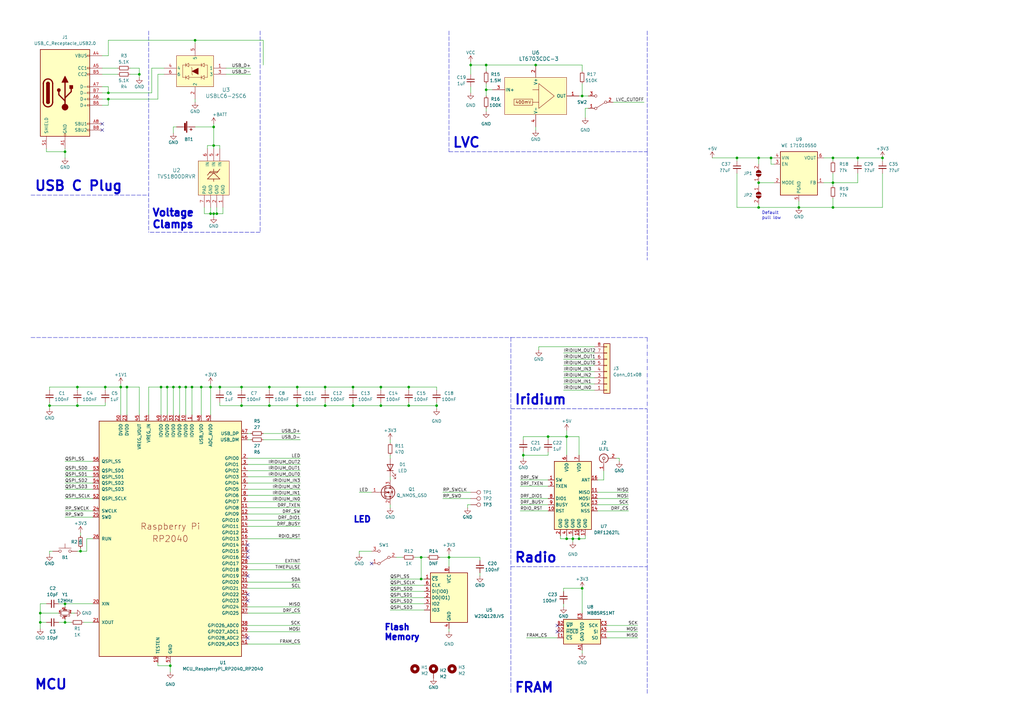
<source format=kicad_sch>
(kicad_sch (version 20230121) (generator eeschema)
  (paper "A3")
  (junction (at 193.04 26.67))
  (junction (at 99.06 158.75))
  (junction (at -39.37 41.91))
  (junction (at 66.04 158.75))
  (junction (at 76.2 158.75))
  (junction (at 26.67 247.65))
  (junction (at 144.78 166.37))
  (junction (at 234.95 220.98))
  (junction (at 64.77 -83.82))
  (junction (at 62.23 -68.58))
  (junction (at 341.63 85.09))
  (junction (at 96.52 -83.82))
  (junction (at 110.49 158.75))
  (junction (at 31.75 158.75))
  (junction (at -7.62 -93.98))
  (junction (at 156.21 166.37))
  (junction (at 316.23 64.77))
  (junction (at 69.85 273.05))
  (junction (at 232.41 179.07))
  (junction (at 179.07 166.37))
  (junction (at 16.51 255.27))
  (junction (at 83.82 -83.82))
  (junction (at 99.06 166.37))
  (junction (at 167.64 158.75))
  (junction (at -12.7 -83.82))
  (junction (at 82.55 158.75))
  (junction (at -16.51 -83.82))
  (junction (at 6.35 -83.82))
  (junction (at 121.92 166.37))
  (junction (at 26.67 62.23))
  (junction (at 80.01 16.51))
  (junction (at 199.39 26.67))
  (junction (at 44.45 38.1))
  (junction (at 49.53 158.75))
  (junction (at 16.51 251.46))
  (junction (at 78.74 158.75))
  (junction (at 71.12 158.75))
  (junction (at 311.15 85.09))
  (junction (at 13.97 -93.98))
  (junction (at -25.4 -83.82))
  (junction (at 199.39 36.83))
  (junction (at 34.29 -24.13))
  (junction (at 20.32 166.37))
  (junction (at 86.36 158.75))
  (junction (at 33.02 226.06))
  (junction (at 311.15 64.77))
  (junction (at 90.17 158.75))
  (junction (at 78.74 -83.82))
  (junction (at 156.21 158.75))
  (junction (at 44.45 -24.13))
  (junction (at 87.63 52.07))
  (junction (at 43.18 158.75))
  (junction (at 172.72 228.6))
  (junction (at -82.55 74.93))
  (junction (at 95.25 -83.82))
  (junction (at 214.63 186.69))
  (junction (at -33.02 71.12))
  (junction (at 232.41 220.98))
  (junction (at 144.78 158.75))
  (junction (at 302.26 64.77))
  (junction (at 68.58 158.75))
  (junction (at -82.55 67.31))
  (junction (at 327.66 85.09))
  (junction (at 26.67 255.27))
  (junction (at 351.79 64.77))
  (junction (at 44.45 40.64))
  (junction (at 57.15 30.48))
  (junction (at 237.49 220.98))
  (junction (at 52.07 158.75))
  (junction (at 224.79 179.07))
  (junction (at -82.55 49.53))
  (junction (at 172.72 237.49))
  (junction (at 361.95 64.77))
  (junction (at 133.35 166.37))
  (junction (at 311.15 74.93))
  (junction (at 238.76 39.37))
  (junction (at 341.63 74.93))
  (junction (at 31.75 166.37))
  (junction (at 184.15 228.6))
  (junction (at -24.13 -83.82))
  (junction (at 87.63 59.69))
  (junction (at -33.02 78.74))
  (junction (at 88.9 87.63))
  (junction (at 87.63 87.63))
  (junction (at -82.55 41.91))
  (junction (at -7.62 -83.82))
  (junction (at 133.35 158.75))
  (junction (at 86.36 87.63))
  (junction (at 110.49 166.37))
  (junction (at 219.71 26.67))
  (junction (at 238.76 241.3))
  (junction (at 121.92 158.75))
  (junction (at 167.64 166.37))
  (junction (at -33.02 74.93))
  (junction (at 8.89 -68.58))
  (junction (at 0 -93.98))
  (junction (at 341.63 64.77))
  (junction (at 73.66 158.75))
  (junction (at -33.02 49.53))
  (junction (at 87.63 -83.82))
  (no_connect (at 41.91 50.8))
  (no_connect (at 228.6 256.54))
  (no_connect (at 41.91 -31.75))
  (no_connect (at 152.4 231.14))
  (no_connect (at 101.6 226.06))
  (no_connect (at 101.6 223.52))
  (no_connect (at 101.6 236.22))
  (no_connect (at 101.6 228.6))
  (no_connect (at 101.6 261.62))
  (no_connect (at 39.37 -31.75))
  (no_connect (at 101.6 246.38))
  (no_connect (at 228.6 259.08))
  (no_connect (at 41.91 53.34))
  (no_connect (at 55.88 -88.9))
  (no_connect (at 101.6 243.84))
  (wire (pts (xy 110.49 165.1) (xy 110.49 166.37)))
  (wire (pts (xy -31.75 -85.09) (xy -31.75 -83.82)))
  (wire (pts (xy 160.02 250.19) (xy 173.99 250.19)))
  (wire (pts (xy 240.03 220.98) (xy 237.49 220.98)))
  (wire (pts (xy 13.97 -93.98) (xy 15.24 -93.98)))
  (wire (pts (xy 245.11 204.47) (xy 257.81 204.47)))
  (wire (pts (xy 24.13 255.27) (xy 26.67 255.27)))
  (wire (pts (xy -34.29 74.93) (xy -33.02 74.93)))
  (wire (pts (xy 96.52 -83.82) (xy 102.87 -83.82)))
  (wire (pts (xy 95.25 -83.82) (xy 96.52 -83.82)))
  (wire (pts (xy 167.64 166.37) (xy 179.07 166.37)))
  (wire (pts (xy -7.62 -93.98) (xy 0 -93.98)))
  (wire (pts (xy 90.17 59.69) (xy 87.63 59.69)))
  (wire (pts (xy 170.18 228.6) (xy 172.72 228.6)))
  (wire (pts (xy 232.41 220.98) (xy 234.95 220.98)))
  (wire (pts (xy 8.89 -62.23) (xy 8.89 -60.96)))
  (wire (pts (xy 53.34 27.94) (xy 57.15 27.94)))
  (wire (pts (xy 13.97 -91.44) (xy 13.97 -93.98)))
  (wire (pts (xy 179.07 165.1) (xy 179.07 166.37)))
  (wire (pts (xy 167.64 158.75) (xy 156.21 158.75)))
  (wire (pts (xy -40.64 74.93) (xy -39.37 74.93)))
  (wire (pts (xy 232.41 219.71) (xy 232.41 220.98)))
  (wire (pts (xy 121.92 158.75) (xy 110.49 158.75)))
  (wire (pts (xy 224.79 179.07) (xy 224.79 180.34)))
  (wire (pts (xy 41.91 30.48) (xy 48.26 30.48)))
  (wire (pts (xy 73.66 158.75) (xy 76.2 158.75)))
  (wire (pts (xy 80.01 16.51) (xy 107.95 16.51)))
  (wire (pts (xy 167.64 158.75) (xy 167.64 160.02)))
  (wire (pts (xy 66.04 158.75) (xy 66.04 170.18)))
  (wire (pts (xy 8.89 -68.58) (xy 6.35 -68.58)))
  (wire (pts (xy 101.6 215.9) (xy 123.19 215.9)))
  (wire (pts (xy 26.67 62.23) (xy 19.05 62.23)))
  (wire (pts (xy 59.69 -39.37) (xy 55.88 -39.37)))
  (wire (pts (xy 44.45 43.18) (xy 44.45 40.64)))
  (wire (pts (xy 213.36 207.01) (xy 224.79 207.01)))
  (wire (pts (xy 248.92 261.62) (xy 261.62 261.62)))
  (polyline (pts (xy 60.96 12.7) (xy 60.96 95.25)) (stroke (width 0) (type dash)))
  (wire (pts (xy 0 -93.98) (xy 13.97 -93.98)))
  (wire (pts (xy 102.87 30.48) (xy 92.71 30.48)))
  (wire (pts (xy 341.63 74.93) (xy 337.82 74.93)))
  (polyline (pts (xy 106.68 95.25) (xy 60.96 95.25)) (stroke (width 0) (type dash)))
  (wire (pts (xy -25.4 -83.82) (xy -25.4 -82.55)))
  (polyline (pts (xy 184.15 12.7) (xy 184.15 62.23)) (stroke (width 0) (type dash)))
  (wire (pts (xy 68.58 158.75) (xy 68.58 170.18)))
  (polyline (pts (xy -26.67 -13.97) (xy 105.41 -13.97)) (stroke (width 0) (type dash)))
  (wire (pts (xy 64.77 -83.82) (xy 64.77 -76.2)))
  (wire (pts (xy 41.91 27.94) (xy 48.26 27.94)))
  (wire (pts (xy 43.18 165.1) (xy 43.18 166.37)))
  (wire (pts (xy 240.03 44.45) (xy 241.3 44.45)))
  (wire (pts (xy 101.6 180.34) (xy 102.87 180.34)))
  (wire (pts (xy 302.26 66.04) (xy 302.26 64.77)))
  (wire (pts (xy 191.77 208.28) (xy 191.77 207.01)))
  (wire (pts (xy 213.36 204.47) (xy 224.79 204.47)))
  (wire (pts (xy 213.36 196.85) (xy 224.79 196.85)))
  (polyline (pts (xy 265.43 232.41) (xy 265.43 284.48)) (stroke (width 0) (type dash)))
  (wire (pts (xy 144.78 158.75) (xy 144.78 160.02)))
  (wire (pts (xy 96.52 -77.47) (xy 96.52 -76.2)))
  (wire (pts (xy 231.14 242.57) (xy 231.14 241.3)))
  (wire (pts (xy 351.79 74.93) (xy 341.63 74.93)))
  (wire (pts (xy 107.95 16.51) (xy 107.95 26.67)))
  (wire (pts (xy -62.23 -93.98) (xy -7.62 -93.98)))
  (polyline (pts (xy 265.43 167.64) (xy 265.43 232.41)) (stroke (width 0) (type dash)))
  (polyline (pts (xy 265.43 62.23) (xy 265.43 106.68)) (stroke (width 0) (type dash)))
  (wire (pts (xy 73.66 -68.58) (xy 73.66 -67.31)))
  (wire (pts (xy 102.87 27.94) (xy 92.71 27.94)))
  (wire (pts (xy 26.67 247.65) (xy 26.67 248.92)))
  (wire (pts (xy 231.14 160.02) (xy 243.84 160.02)))
  (wire (pts (xy 62.23 -68.58) (xy 55.88 -68.58)))
  (wire (pts (xy 101.6 213.36) (xy 123.19 213.36)))
  (wire (pts (xy 361.95 71.12) (xy 361.95 85.09)))
  (wire (pts (xy 86.36 85.09) (xy 86.36 87.63)))
  (wire (pts (xy 252.73 187.96) (xy 254 187.96)))
  (wire (pts (xy 26.67 209.55) (xy 38.1 209.55)))
  (wire (pts (xy 64.77 273.05) (xy 69.85 273.05)))
  (wire (pts (xy 41.91 35.56) (xy 44.45 35.56)))
  (wire (pts (xy 110.49 158.75) (xy 99.06 158.75)))
  (wire (pts (xy 184.15 228.6) (xy 196.85 228.6)))
  (wire (pts (xy 83.82 -78.74) (xy 83.82 -77.47)))
  (wire (pts (xy 237.49 39.37) (xy 238.76 39.37)))
  (wire (pts (xy -2.54 -68.58) (xy -2.54 -67.31)))
  (wire (pts (xy 101.6 210.82) (xy 123.19 210.82)))
  (wire (pts (xy 231.14 144.78) (xy 243.84 144.78)))
  (wire (pts (xy 133.35 158.75) (xy 121.92 158.75)))
  (wire (pts (xy 121.92 165.1) (xy 121.92 166.37)))
  (wire (pts (xy -88.9 48.26) (xy -88.9 49.53)))
  (wire (pts (xy -33.02 41.91) (xy -33.02 43.18)))
  (wire (pts (xy 62.23 -83.82) (xy 64.77 -83.82)))
  (wire (pts (xy 99.06 158.75) (xy 99.06 160.02)))
  (wire (pts (xy 71.12 158.75) (xy 71.12 170.18)))
  (polyline (pts (xy 106.68 12.7) (xy 106.68 86.36)) (stroke (width 0) (type dash)))
  (wire (pts (xy 302.26 85.09) (xy 311.15 85.09)))
  (wire (pts (xy 156.21 158.75) (xy 144.78 158.75)))
  (wire (pts (xy 248.92 256.54) (xy 261.62 256.54)))
  (wire (pts (xy 213.36 209.55) (xy 224.79 209.55)))
  (wire (pts (xy 52.07 158.75) (xy 52.07 170.18)))
  (wire (pts (xy 41.91 22.86) (xy 44.45 22.86)))
  (wire (pts (xy 199.39 45.72) (xy 199.39 44.45)))
  (wire (pts (xy 83.82 87.63) (xy 86.36 87.63)))
  (wire (pts (xy 172.72 237.49) (xy 173.99 237.49)))
  (wire (pts (xy 31.75 166.37) (xy 43.18 166.37)))
  (wire (pts (xy 57.15 27.94) (xy 57.15 30.48)))
  (wire (pts (xy 341.63 76.2) (xy 341.63 74.93)))
  (polyline (pts (xy 106.68 86.36) (xy 106.68 95.25)) (stroke (width 0) (type dash)))
  (wire (pts (xy 86.36 158.75) (xy 86.36 170.18)))
  (wire (pts (xy -22.86 -87.63) (xy -24.13 -87.63)))
  (polyline (pts (xy 12.7 138.43) (xy 209.55 138.43)) (stroke (width 0) (type dash)))
  (wire (pts (xy -82.55 74.93) (xy -76.2 74.93)))
  (wire (pts (xy 64.77 -39.37) (xy 78.74 -39.37)))
  (wire (pts (xy 44.45 -31.75) (xy 44.45 -24.13)))
  (wire (pts (xy 33.02 218.44) (xy 33.02 219.71)))
  (wire (pts (xy 172.72 228.6) (xy 172.72 237.49)))
  (wire (pts (xy 16.51 255.27) (xy 16.51 251.46)))
  (wire (pts (xy 35.56 220.98) (xy 38.1 220.98)))
  (wire (pts (xy 327.66 82.55) (xy 327.66 85.09)))
  (wire (pts (xy -82.55 74.93) (xy -82.55 76.2)))
  (wire (pts (xy 156.21 165.1) (xy 156.21 166.37)))
  (wire (pts (xy 101.6 248.92) (xy 123.19 248.92)))
  (wire (pts (xy 240.03 219.71) (xy 240.03 220.98)))
  (wire (pts (xy -12.7 -83.82) (xy -7.62 -83.82)))
  (wire (pts (xy 34.29 -31.75) (xy 34.29 -30.48)))
  (wire (pts (xy 85.09 59.69) (xy 87.63 59.69)))
  (wire (pts (xy 29.21 251.46) (xy 30.48 251.46)))
  (wire (pts (xy 44.45 40.64) (xy 64.77 40.64)))
  (wire (pts (xy 160.02 237.49) (xy 172.72 237.49)))
  (wire (pts (xy 245.11 209.55) (xy 257.81 209.55)))
  (wire (pts (xy 160.02 247.65) (xy 173.99 247.65)))
  (wire (pts (xy 99.06 158.75) (xy 90.17 158.75)))
  (wire (pts (xy 101.6 251.46) (xy 123.19 251.46)))
  (wire (pts (xy -16.51 -83.82) (xy -12.7 -83.82)))
  (wire (pts (xy 220.98 142.24) (xy 243.84 142.24)))
  (wire (pts (xy 90.17 60.96) (xy 90.17 59.69)))
  (wire (pts (xy 311.15 64.77) (xy 316.23 64.77)))
  (wire (pts (xy 199.39 36.83) (xy 201.93 36.83)))
  (wire (pts (xy 64.77 30.48) (xy 67.31 30.48)))
  (wire (pts (xy -16.51 -87.63) (xy -17.78 -87.63)))
  (wire (pts (xy 3.81 -88.9) (xy 15.24 -88.9)))
  (wire (pts (xy 311.15 67.31) (xy 311.15 64.77)))
  (wire (pts (xy 71.12 54.61) (xy 71.12 52.07)))
  (wire (pts (xy 85.09 60.96) (xy 85.09 59.69)))
  (wire (pts (xy 52.07 158.75) (xy 49.53 158.75)))
  (wire (pts (xy 110.49 166.37) (xy 121.92 166.37)))
  (wire (pts (xy 199.39 34.29) (xy 199.39 36.83)))
  (wire (pts (xy 341.63 85.09) (xy 327.66 85.09)))
  (wire (pts (xy -33.02 62.23) (xy -33.02 71.12)))
  (wire (pts (xy 152.4 201.93) (xy 147.32 201.93)))
  (wire (pts (xy 86.36 157.48) (xy 86.36 158.75)))
  (wire (pts (xy 87.63 87.63) (xy 88.9 87.63)))
  (wire (pts (xy -33.02 74.93) (xy -33.02 78.74)))
  (wire (pts (xy 231.14 152.4) (xy 243.84 152.4)))
  (wire (pts (xy 316.23 64.77) (xy 317.5 64.77)))
  (wire (pts (xy 34.29 255.27) (xy 38.1 255.27)))
  (wire (pts (xy 196.85 228.6) (xy 196.85 229.87)))
  (wire (pts (xy 196.85 236.22) (xy 196.85 234.95)))
  (wire (pts (xy 341.63 81.28) (xy 341.63 85.09)))
  (wire (pts (xy 49.53 158.75) (xy 49.53 170.18)))
  (wire (pts (xy 316.23 67.31) (xy 316.23 64.77)))
  (wire (pts (xy 219.71 26.67) (xy 238.76 26.67)))
  (wire (pts (xy 71.12 158.75) (xy 73.66 158.75)))
  (wire (pts (xy 20.32 165.1) (xy 20.32 166.37)))
  (wire (pts (xy 87.63 -87.63) (xy 88.9 -87.63)))
  (wire (pts (xy 231.14 149.86) (xy 243.84 149.86)))
  (wire (pts (xy 99.06 166.37) (xy 110.49 166.37)))
  (wire (pts (xy -7.62 -83.82) (xy 6.35 -83.82)))
  (wire (pts (xy 181.61 204.47) (xy 193.04 204.47)))
  (wire (pts (xy 82.55 158.75) (xy 86.36 158.75)))
  (wire (pts (xy 57.15 -48.26) (xy 57.15 -46.99)))
  (wire (pts (xy 34.29 -25.4) (xy 34.29 -24.13)))
  (wire (pts (xy 101.6 177.8) (xy 102.87 177.8)))
  (wire (pts (xy 160.02 245.11) (xy 173.99 245.11)))
  (wire (pts (xy 311.15 85.09) (xy 311.15 83.82)))
  (wire (pts (xy 78.74 170.18) (xy 78.74 158.75)))
  (wire (pts (xy 26.67 255.27) (xy 29.21 255.27)))
  (wire (pts (xy 43.18 158.75) (xy 49.53 158.75)))
  (wire (pts (xy 44.45 16.51) (xy 80.01 16.51)))
  (wire (pts (xy 292.1 64.77) (xy 302.26 64.77)))
  (wire (pts (xy 237.49 186.69) (xy 237.49 179.07)))
  (wire (pts (xy 110.49 158.75) (xy 110.49 160.02)))
  (wire (pts (xy 317.5 67.31) (xy 316.23 67.31)))
  (wire (pts (xy 76.2 158.75) (xy 78.74 158.75)))
  (wire (pts (xy 73.66 -62.23) (xy 73.66 -60.96)))
  (wire (pts (xy 133.35 165.1) (xy 133.35 166.37)))
  (wire (pts (xy 95.25 -87.63) (xy 95.25 -83.82)))
  (wire (pts (xy -40.64 71.12) (xy -33.02 71.12)))
  (wire (pts (xy 238.76 241.3) (xy 238.76 251.46)))
  (wire (pts (xy -82.55 67.31) (xy -76.2 67.31)))
  (wire (pts (xy 107.95 177.8) (xy 123.19 177.8)))
  (wire (pts (xy 133.35 158.75) (xy 133.35 160.02)))
  (wire (pts (xy 231.14 154.94) (xy 243.84 154.94)))
  (wire (pts (xy 57.15 -53.34) (xy 57.15 -54.61)))
  (wire (pts (xy 26.67 62.23) (xy 26.67 64.77)))
  (wire (pts (xy 44.45 38.1) (xy 41.91 38.1)))
  (wire (pts (xy 99.06 165.1) (xy 99.06 166.37)))
  (wire (pts (xy 80.01 40.64) (xy 80.01 41.91)))
  (wire (pts (xy 16.51 255.27) (xy 19.05 255.27)))
  (wire (pts (xy 26.67 195.58) (xy 38.1 195.58)))
  (wire (pts (xy 193.04 25.4) (xy 193.04 26.67)))
  (wire (pts (xy 341.63 71.12) (xy 341.63 74.93)))
  (wire (pts (xy 234.95 219.71) (xy 234.95 220.98)))
  (wire (pts (xy 121.92 166.37) (xy 133.35 166.37)))
  (wire (pts (xy 160.02 242.57) (xy 173.99 242.57)))
  (wire (pts (xy 86.36 87.63) (xy 87.63 87.63)))
  (wire (pts (xy -82.55 73.66) (xy -82.55 74.93)))
  (wire (pts (xy 62.23 38.1) (xy 62.23 27.94)))
  (wire (pts (xy 87.63 -83.82) (xy 88.9 -83.82)))
  (polyline (pts (xy 265.43 12.7) (xy 265.43 62.23)) (stroke (width 0) (type dash)))
  (wire (pts (xy -16.51 -87.63) (xy -16.51 -83.82)))
  (wire (pts (xy 13.97 -54.61) (xy 15.24 -54.61)))
  (wire (pts (xy 62.23 -68.58) (xy 64.77 -68.58)))
  (wire (pts (xy 69.85 -68.58) (xy 73.66 -68.58)))
  (wire (pts (xy 179.07 158.75) (xy 167.64 158.75)))
  (wire (pts (xy 78.74 -83.82) (xy 83.82 -83.82)))
  (wire (pts (xy 13.97 -53.34) (xy 13.97 -54.61)))
  (wire (pts (xy 351.79 64.77) (xy 351.79 66.04)))
  (wire (pts (xy 62.23 -62.23) (xy 62.23 -60.96)))
  (wire (pts (xy 219.71 52.07) (xy 219.71 53.34)))
  (wire (pts (xy 19.05 60.96) (xy 19.05 62.23)))
  (wire (pts (xy 43.18 160.02) (xy 43.18 158.75)))
  (wire (pts (xy 31.75 226.06) (xy 33.02 226.06)))
  (wire (pts (xy 102.87 -85.09) (xy 102.87 -83.82)))
  (wire (pts (xy 35.56 226.06) (xy 35.56 220.98)))
  (wire (pts (xy 6.35 -76.2) (xy 6.35 -83.82)))
  (wire (pts (xy 232.41 179.07) (xy 232.41 186.69)))
  (wire (pts (xy 231.14 247.65) (xy 231.14 248.92)))
  (wire (pts (xy 78.74 -83.82) (xy 78.74 -39.37)))
  (wire (pts (xy -24.13 -87.63) (xy -24.13 -83.82)))
  (wire (pts (xy 179.07 166.37) (xy 179.07 167.64)))
  (wire (pts (xy 327.66 85.09) (xy 311.15 85.09)))
  (wire (pts (xy 26.67 200.66) (xy 38.1 200.66)))
  (wire (pts (xy 351.79 71.12) (xy 351.79 74.93)))
  (polyline (pts (xy 265.43 138.43) (xy 265.43 167.64)) (stroke (width 0) (type dash_dot)))
  (wire (pts (xy 96.52 -83.82) (xy 96.52 -82.55)))
  (wire (pts (xy 57.15 -54.61) (xy 55.88 -54.61)))
  (wire (pts (xy -88.9 41.91) (xy -88.9 43.18)))
  (wire (pts (xy 64.77 -76.2) (xy 55.88 -76.2)))
  (wire (pts (xy -24.13 -83.82) (xy -25.4 -83.82)))
  (wire (pts (xy 64.77 40.64) (xy 64.77 30.48)))
  (wire (pts (xy 57.15 30.48) (xy 57.15 31.75)))
  (polyline (pts (xy -24.13 101.6) (xy -101.6 101.6)) (stroke (width 0) (type dash)))
  (wire (pts (xy 229.87 220.98) (xy 232.41 220.98)))
  (wire (pts (xy -34.29 78.74) (xy -33.02 78.74)))
  (wire (pts (xy 101.6 200.66) (xy 123.19 200.66)))
  (wire (pts (xy 87.63 50.8) (xy 87.63 52.07)))
  (wire (pts (xy 184.15 228.6) (xy 184.15 232.41)))
  (wire (pts (xy 101.6 195.58) (xy 123.19 195.58)))
  (wire (pts (xy 55.88 -93.98) (xy 57.15 -93.98)))
  (wire (pts (xy -82.55 41.91) (xy -82.55 43.18)))
  (wire (pts (xy 156.21 166.37) (xy 167.64 166.37)))
  (wire (pts (xy 20.32 166.37) (xy 20.32 167.64)))
  (wire (pts (xy 107.95 180.34) (xy 123.19 180.34)))
  (wire (pts (xy 101.6 193.04) (xy 123.19 193.04)))
  (wire (pts (xy 64.77 -83.82) (xy 78.74 -83.82)))
  (wire (pts (xy 57.15 158.75) (xy 52.07 158.75)))
  (wire (pts (xy 8.89 -67.31) (xy 8.89 -68.58)))
  (wire (pts (xy 16.51 257.81) (xy 16.51 255.27)))
  (wire (pts (xy 101.6 264.16) (xy 123.19 264.16)))
  (wire (pts (xy -40.64 78.74) (xy -39.37 78.74)))
  (wire (pts (xy 34.29 -24.13) (xy 26.67 -24.13)))
  (wire (pts (xy 237.49 179.07) (xy 232.41 179.07)))
  (wire (pts (xy -2.54 -62.23) (xy -2.54 -60.96)))
  (wire (pts (xy 199.39 39.37) (xy 199.39 36.83)))
  (wire (pts (xy 26.67 60.96) (xy 26.67 62.23)))
  (wire (pts (xy 247.65 193.04) (xy 247.65 196.85)))
  (wire (pts (xy 213.36 199.39) (xy 224.79 199.39)))
  (wire (pts (xy 20.32 226.06) (xy 21.59 226.06)))
  (wire (pts (xy 87.63 -87.63) (xy 87.63 -83.82)))
  (wire (pts (xy -22.86 -83.82) (xy -24.13 -83.82)))
  (wire (pts (xy 245.11 196.85) (xy 247.65 196.85)))
  (wire (pts (xy 160.02 186.69) (xy 160.02 187.96)))
  (wire (pts (xy 24.13 247.65) (xy 26.67 247.65)))
  (wire (pts (xy 101.6 190.5) (xy 123.19 190.5)))
  (wire (pts (xy 80.01 52.07) (xy 87.63 52.07)))
  (wire (pts (xy 44.45 38.1) (xy 62.23 38.1)))
  (wire (pts (xy -40.64 62.23) (xy -33.02 62.23)))
  (wire (pts (xy 80.01 16.51) (xy 80.01 17.78)))
  (wire (pts (xy 33.02 226.06) (xy 33.02 224.79)))
  (wire (pts (xy 1.27 -68.58) (xy -2.54 -68.58)))
  (wire (pts (xy 248.92 259.08) (xy 261.62 259.08)))
  (wire (pts (xy 6.35 -39.37) (xy -7.62 -39.37)))
  (wire (pts (xy 6.35 -83.82) (xy 8.89 -83.82)))
  (wire (pts (xy 93.98 -87.63) (xy 95.25 -87.63)))
  (wire (pts (xy 88.9 87.63) (xy 91.44 87.63)))
  (wire (pts (xy 13.97 -91.44) (xy 15.24 -91.44)))
  (wire (pts (xy -82.55 39.37) (xy -82.55 41.91)))
  (wire (pts (xy 16.51 251.46) (xy 24.13 251.46)))
  (wire (pts (xy 162.56 228.6) (xy 165.1 228.6)))
  (wire (pts (xy 254 187.96) (xy 254 189.23)))
  (wire (pts (xy 49.53 158.75) (xy 49.53 157.48)))
  (wire (pts (xy 228.6 261.62) (xy 215.9 261.62)))
  (wire (pts (xy 66.04 158.75) (xy 68.58 158.75)))
  (wire (pts (xy 144.78 166.37) (xy 156.21 166.37)))
  (wire (pts (xy 160.02 240.03) (xy 173.99 240.03)))
  (wire (pts (xy 160.02 207.01) (xy 160.02 208.28)))
  (wire (pts (xy 193.04 26.67) (xy 193.04 30.48)))
  (wire (pts (xy -39.37 44.45) (xy -39.37 41.91)))
  (wire (pts (xy 62.23 27.94) (xy 67.31 27.94)))
  (wire (pts (xy 341.63 85.09) (xy 361.95 85.09)))
  (wire (pts (xy 57.15 -93.98) (xy 57.15 -95.25)))
  (wire (pts (xy 232.41 176.53) (xy 232.41 179.07)))
  (polyline (pts (xy 209.55 167.64) (xy 265.43 167.64)) (stroke (width 0) (type dash)))
  (wire (pts (xy 78.74 -91.44) (xy 55.88 -91.44)))
  (wire (pts (xy -25.4 -77.47) (xy -25.4 -76.2)))
  (wire (pts (xy 245.11 207.01) (xy 257.81 207.01)))
  (wire (pts (xy 231.14 157.48) (xy 243.84 157.48)))
  (wire (pts (xy -16.51 -83.82) (xy -17.78 -83.82)))
  (wire (pts (xy 33.02 226.06) (xy 35.56 226.06)))
  (wire (pts (xy 220.98 143.51) (xy 220.98 142.24)))
  (wire (pts (xy 156.21 158.75) (xy 156.21 160.02)))
  (wire (pts (xy 60.96 158.75) (xy 66.04 158.75)))
  (wire (pts (xy 87.63 52.07) (xy 87.63 59.69)))
  (wire (pts (xy 87.63 59.69) (xy 87.63 60.96)))
  (wire (pts (xy 147.32 227.33) (xy 147.32 226.06)))
  (wire (pts (xy 341.63 64.77) (xy 351.79 64.77)))
  (wire (pts (xy 15.24 -76.2) (xy 6.35 -76.2)))
  (wire (pts (xy 193.04 26.67) (xy 199.39 26.67)))
  (wire (pts (xy 184.15 228.6) (xy 184.15 227.33)))
  (wire (pts (xy 245.11 201.93) (xy 257.81 201.93)))
  (wire (pts (xy 26.67 198.12) (xy 38.1 198.12)))
  (wire (pts (xy 26.67 255.27) (xy 26.67 254)))
  (polyline (pts (xy 209.55 138.43) (xy 265.43 138.43)) (stroke (width 0) (type dash)))
  (wire (pts (xy 199.39 26.67) (xy 219.71 26.67)))
  (wire (pts (xy 234.95 220.98) (xy 234.95 222.25)))
  (wire (pts (xy 101.6 198.12) (xy 123.19 198.12)))
  (wire (pts (xy -33.02 78.74) (xy -33.02 87.63)))
  (wire (pts (xy 179.07 160.02) (xy 179.07 158.75)))
  (wire (pts (xy 64.77 271.78) (xy 64.77 273.05)))
  (wire (pts (xy -40.64 49.53) (xy -33.02 49.53)))
  (wire (pts (xy 229.87 219.71) (xy 229.87 220.98)))
  (wire (pts (xy -31.75 -83.82) (xy -25.4 -83.82)))
  (wire (pts (xy 20.32 158.75) (xy 31.75 158.75)))
  (wire (pts (xy 31.75 158.75) (xy 31.75 160.02)))
  (wire (pts (xy 44.45 -22.86) (xy 44.45 -24.13)))
  (wire (pts (xy 101.6 203.2) (xy 123.19 203.2)))
  (wire (pts (xy 87.63 -83.82) (xy 83.82 -83.82)))
  (wire (pts (xy 26.67 204.47) (xy 38.1 204.47)))
  (wire (pts (xy -33.02 48.26) (xy -33.02 49.53)))
  (wire (pts (xy 78.74 -83.82) (xy 78.74 -91.44)))
  (wire (pts (xy 184.15 257.81) (xy 184.15 259.08)))
  (wire (pts (xy 167.64 165.1) (xy 167.64 166.37)))
  (polyline (pts (xy 209.55 232.41) (xy 265.43 232.41)) (stroke (width 0) (type dash)))
  (wire (pts (xy 57.15 -83.82) (xy 55.88 -83.82)))
  (wire (pts (xy 90.17 165.1) (xy 90.17 166.37)))
  (wire (pts (xy 214.63 186.69) (xy 214.63 187.96)))
  (wire (pts (xy 144.78 165.1) (xy 144.78 166.37)))
  (wire (pts (xy 11.43 -39.37) (xy 15.24 -39.37)))
  (wire (pts (xy -82.55 67.31) (xy -82.55 68.58)))
  (wire (pts (xy -88.9 41.91) (xy -82.55 41.91)))
  (wire (pts (xy 191.77 207.01) (xy 193.04 207.01)))
  (wire (pts (xy -82.55 49.53) (xy -82.55 50.8)))
  (wire (pts (xy 214.63 186.69) (xy 224.79 186.69)))
  (wire (pts (xy 41.91 43.18) (xy 44.45 43.18)))
  (polyline (pts (xy 209.55 138.43) (xy 209.55 284.48)) (stroke (width 0) (type dash)))
  (wire (pts (xy 69.85 271.78) (xy 69.85 273.05)))
  (wire (pts (xy 160.02 195.58) (xy 160.02 196.85)))
  (wire (pts (xy 57.15 170.18) (xy 57.15 158.75)))
  (wire (pts (xy 214.63 180.34) (xy 214.63 179.07)))
  (wire (pts (xy 26.67 189.23) (xy 38.1 189.23)))
  (wire (pts (xy 302.26 64.77) (xy 311.15 64.77)))
  (wire (pts (xy 16.51 251.46) (xy 16.51 247.65)))
  (wire (pts (xy 90.17 158.75) (xy 90.17 160.02)))
  (wire (pts (xy 172.72 228.6) (xy 175.26 228.6)))
  (wire (pts (xy -82.55 41.91) (xy -76.2 41.91)))
  (wire (pts (xy 20.32 166.37) (xy 31.75 166.37)))
  (wire (pts (xy 101.6 256.54) (xy 123.19 256.54)))
  (wire (pts (xy 160.02 180.34) (xy 160.02 181.61)))
  (wire (pts (xy 16.51 247.65) (xy 19.05 247.65)))
  (wire (pts (xy 101.6 205.74) (xy 123.19 205.74)))
  (wire (pts (xy 20.32 227.33) (xy 20.32 226.06)))
  (wire (pts (xy 101.6 220.98) (xy 123.19 220.98)))
  (wire (pts (xy 44.45 22.86) (xy 44.45 16.51)))
  (wire (pts (xy 238.76 26.67) (xy 238.76 29.21)))
  (wire (pts (xy 341.63 66.04) (xy 341.63 64.77)))
  (wire (pts (xy 133.35 166.37) (xy 144.78 166.37)))
  (polyline (pts (xy 12.7 80.01) (xy 60.96 80.01)) (stroke (width 0) (type dash)))
  (wire (pts (xy 199.39 26.67) (xy 199.39 29.21)))
  (wire (pts (xy 90.17 166.37) (xy 99.06 166.37)))
  (wire (pts (xy 68.58 158.75) (xy 71.12 158.75)))
  (wire (pts (xy 101.6 208.28) (xy 123.19 208.28)))
  (wire (pts (xy 73.66 158.75) (xy 73.66 170.18)))
  (wire (pts (xy 60.96 170.18) (xy 60.96 158.75)))
  (wire (pts (xy 69.85 273.05) (xy 69.85 275.59)))
  (wire (pts (xy 224.79 185.42) (xy 224.79 186.69)))
  (wire (pts (xy 101.6 233.68) (xy 123.19 233.68)))
  (wire (pts (xy 214.63 185.42) (xy 214.63 186.69)))
  (wire (pts (xy 93.98 -83.82) (xy 95.25 -83.82)))
  (wire (pts (xy 20.32 160.02) (xy 20.32 158.75)))
  (wire (pts (xy 144.78 158.75) (xy 133.35 158.75)))
  (wire (pts (xy 83.82 85.09) (xy 83.82 87.63)))
  (wire (pts (xy 302.26 71.12) (xy 302.26 85.09)))
  (wire (pts (xy 13.97 -83.82) (xy 15.24 -83.82)))
  (wire (pts (xy 231.14 241.3) (xy 238.76 241.3)))
  (wire (pts (xy 193.04 35.56) (xy 193.04 38.1)))
  (wire (pts (xy 238.76 266.7) (xy 238.76 267.97)))
  (wire (pts (xy 311.15 74.93) (xy 317.5 74.93)))
  (wire (pts (xy 214.63 179.07) (xy 224.79 179.07)))
  (wire (pts (xy -12.7 -78.74) (xy -12.7 -77.47)))
  (wire (pts (xy -88.9 67.31) (xy -88.9 68.58)))
  (wire (pts (xy 62.23 -67.31) (xy 62.23 -68.58)))
  (wire (pts (xy 26.67 -24.13) (xy 26.67 -25.4)))
  (wire (pts (xy 237.49 220.98) (xy 234.95 220.98)))
  (wire (pts (xy 26.67 247.65) (xy 38.1 247.65)))
  (wire (pts (xy 31.75 165.1) (xy 31.75 166.37)))
  (wire (pts (xy 341.63 64.77) (xy 337.82 64.77)))
  (wire (pts (xy 78.74 158.75) (xy 82.55 158.75)))
  (wire (pts (xy -88.9 73.66) (xy -88.9 74.93)))
  (wire (pts (xy 71.12 52.07) (xy 72.39 52.07)))
  (wire (pts (xy 86.36 158.75) (xy 90.17 158.75)))
  (wire (pts (xy -7.62 -83.82) (xy -7.62 -39.37)))
  (wire (pts (xy 53.34 30.48) (xy 57.15 30.48)))
  (wire (pts (xy 13.97 -48.26) (xy 13.97 -46.99)))
  (wire (pts (xy 31.75 158.75) (xy 43.18 158.75)))
  (wire (pts (xy 147.32 226.06) (xy 152.4 226.06)))
  (wire (pts (xy 121.92 158.75) (xy 121.92 160.02)))
  (wire (pts (xy 311.15 74.93) (xy 311.15 76.2)))
  (wire (pts (xy 101.6 241.3) (xy 123.19 241.3)))
  (wire (pts (xy 101.6 238.76) (xy 123.19 238.76)))
  (wire (pts (xy 87.63 87.63) (xy 87.63 88.9)))
  (wire (pts (xy 101.6 259.08) (xy 123.19 259.08)))
  (wire (pts (xy 91.44 87.63) (xy 91.44 85.09)))
  (wire (pts (xy -82.55 49.53) (xy -76.2 49.53)))
  (wire (pts (xy 238.76 39.37) (xy 241.3 39.37)))
  (wire (pts (xy 76.2 158.75) (xy 76.2 170.18)))
  (wire (pts (xy 224.79 179.07) (xy 232.41 179.07)))
  (wire (pts (xy 181.61 201.93) (xy 193.04 201.93)))
  (wire (pts (xy -40.64 44.45) (xy -39.37 44.45)))
  (wire (pts (xy 34.29 -24.13) (xy 44.45 -24.13)))
  (polyline (pts (xy -35.56 -13.97) (xy -26.67 -13.97)) (stroke (width 0) (type dash_dot)))
  (wire (pts (xy 26.67 193.04) (xy 38.1 193.04)))
  (wire (pts (xy 26.67 -31.75) (xy 26.67 -30.48)))
  (wire (pts (xy 101.6 187.96) (xy 123.19 187.96)))
  (wire (pts (xy 240.03 48.26) (xy 240.03 44.45)))
  (wire (pts (xy 44.45 35.56) (xy 44.45 38.1)))
  (wire (pts (xy 361.95 64.77) (xy 361.95 66.04)))
  (wire (pts (xy -82.55 48.26) (xy -82.55 49.53)))
  (polyline (pts (xy 184.15 62.23) (xy 265.43 62.23)) (stroke (width 0) (type dash)))
  (wire (pts (xy 180.34 228.6) (xy 184.15 228.6)))
  (wire (pts (xy 238.76 34.29) (xy 238.76 39.37)))
  (wire (pts (xy 82.55 158.75) (xy 82.55 170.18)))
  (wire (pts (xy 101.6 231.14) (xy 123.19 231.14)))
  (wire (pts (xy 251.46 41.91) (xy 264.16 41.91)))
  (wire (pts (xy 26.67 212.09) (xy 38.1 212.09)))
  (wire (pts (xy 231.14 147.32) (xy 243.84 147.32)))
  (wire (pts (xy -39.37 41.91) (xy -33.02 41.91)))
  (wire (pts (xy -40.64 41.91) (xy -39.37 41.91)))
  (wire (pts (xy 8.89 -68.58) (xy 15.24 -68.58)))
  (wire (pts (xy 351.79 64.77) (xy 361.95 64.77)))
  (wire (pts (xy 44.45 40.64) (xy 41.91 40.64)))
  (wire (pts (xy -88.9 67.31) (xy -82.55 67.31)))
  (wire (pts (xy -33.02 71.12) (xy -33.02 74.93)))
  (wire (pts (xy 88.9 85.09) (xy 88.9 87.63)))
  (wire (pts (xy 237.49 219.71) (xy 237.49 220.98)))
  (wire (pts (xy -33.02 50.8) (xy -33.02 49.53)))
  (text "LED" (at 144.78 214.63 0) (effects (font (size 2.5 2.5) (thickness 0.8) bold) (justify left bottom)))
  (text "Default \npull low" (at 312.42 90.17 0) (effects (font (size 1.27 1.27)) (justify left bottom)))
  (text "Voltage\nClamps" (at 62.23 93.98 0) (effects (font (size 3 3) (thickness 0.8) bold) (justify left bottom)))
  (text "LVC" (at 185.42 60.96 0) (effects (font (size 4 4) (thickness 0.8) bold) (justify left bottom)))
  (text "MCU\n" (at 13.97 283.21 0) (effects (font (size 4 4) (thickness 0.8) bold) (justify left bottom)))
  (text "5V / 3.3V\nBuck Regulator" (at -34.29 -15.24 0) (effects (font (size 4 4) (thickness 0.8) bold) (justify left bottom)))
  (text "FRAM" (at 210.82 284.48 0) (effects (font (size 4 4) (thickness 0.8) bold) (justify left bottom)))
  (text "Flash\nMemory" (at 157.48 262.89 0) (effects (font (size 2.5 2.5) (thickness 0.8) bold) (justify left bottom)))
  (text "USB C Plug" (at 13.97 78.74 0) (effects (font (size 4 4) (thickness 0.8) bold) (justify left bottom)))
  (text "Power\nMultiplexer" (at -100.33 100.33 0) (effects (font (size 4 4) (thickness 0.8) bold) (justify left bottom)))
  (text "Iridium" (at 210.82 166.37 0) (effects (font (size 4 4) (thickness 0.8) bold) (justify left bottom)))
  (text "Radio" (at 210.82 231.14 0) (effects (font (size 4 4) (thickness 0.8) bold) (justify left bottom)))
  (label "USB_D-" (at 123.19 180.34 180))
  (label "DRF_DIO1" (at 213.36 204.47 0))
  (label "DRF_SW" (at 213.36 196.85 0))
  (label "DRF_BUSY" (at 123.19 215.9 180))
  (label "SDA" (at 123.19 238.76 180))
  (label "RDIO_RST" (at 123.19 220.98 180))
  (label "IRIDIUM_IN3" (at 231.14 152.4 0))
  (label "DRF_SW" (at 123.19 210.82 180))
  (label "QSPI_SS" (at 26.67 189.23 0))
  (label "IRIDIUM_OUT1" (at 123.19 193.04 180))
  (label "IRIDIUM_IN3" (at 123.19 198.12 180))
  (label "USB_D+" (at 123.19 177.8 180))
  (label "IRIDIUM_OUT2" (at 123.19 190.5 180))
  (label "IRIDIUM_OUT0" (at 231.14 149.86 0))
  (label "QSPI_SD0" (at 160.02 242.57 0))
  (label "MOSI" (at 257.81 204.47 180))
  (label "SCL" (at 123.19 241.3 180))
  (label "IRIDIUM_OUT2" (at 231.14 144.78 0))
  (label "IRIDIUM_IN2" (at 123.19 200.66 180))
  (label "QSPI_SD1" (at 160.02 245.11 0))
  (label "IRIDIUM_IN0" (at 231.14 160.02 0))
  (label "DRF_CS" (at 257.81 209.55 180))
  (label "RP_SWCLK" (at 181.61 201.93 0))
  (label "LVC_CUTOFF" (at 264.16 41.91 180))
  (label "QSPI_SD3" (at 26.67 200.66 0))
  (label "IRIDIUM_IN2" (at 231.14 154.94 0))
  (label "EXTINT" (at 123.19 231.14 180))
  (label "TIMEPULSE" (at 123.19 233.68 180))
  (label "MISO" (at 261.62 261.62 180))
  (label "SCK" (at 123.19 256.54 180))
  (label "LED" (at 147.32 201.93 0))
  (label "RP_SWD" (at 26.67 212.09 0))
  (label "QSPI_SD0" (at 26.67 193.04 0))
  (label "IRIDIUM_OUT0" (at 123.19 195.58 180))
  (label "MOSI" (at 123.19 259.08 180))
  (label "DRF_DIO1" (at 123.19 213.36 180))
  (label "DRF_TXEN" (at 213.36 199.39 0))
  (label "IRIDIUM_OUT1" (at 231.14 147.32 0))
  (label "MOSI" (at 261.62 259.08 180))
  (label "MISO" (at 123.19 248.92 180))
  (label "QSPI_SCLK" (at 26.67 204.47 0))
  (label "SCK" (at 257.81 207.01 180))
  (label "DRF_CS" (at 123.19 251.46 180))
  (label "FRAM_CS" (at 215.9 261.62 0))
  (label "DRF_TXEN" (at 123.19 208.28 180))
  (label "RDIO_RST" (at 213.36 209.55 0))
  (label "MISO" (at 257.81 201.93 180))
  (label "RP_SWD" (at 181.61 204.47 0))
  (label "QSPI_SD1" (at 26.67 195.58 0))
  (label "IRIDIUM_IN1" (at 123.19 203.2 180))
  (label "LVC_CUTOFF" (at 3.81 -88.9 0))
  (label "USB_D+" (at 102.87 27.94 180))
  (label "FRAM_CS" (at 123.19 264.16 180))
  (label "QSPI_SD2" (at 160.02 247.65 0))
  (label "QSPI_SS" (at 160.02 237.49 0))
  (label "RP_SWCLK" (at 26.67 209.55 0))
  (label "IRIDIUM_IN1" (at 231.14 157.48 0))
  (label "SCK" (at 261.62 256.54 180))
  (label "USB_D-" (at 102.87 30.48 180))
  (label "LED" (at 123.19 187.96 180))
  (label "QSPI_SD3" (at 160.02 250.19 0))
  (label "QSPI_SD2" (at 26.67 198.12 0))
  (label "IRIDIUM_IN0" (at 123.19 205.74 180))
  (label "QSPI_SCLK" (at 160.02 240.03 0))
  (label "DRF_BUSY" (at 213.36 207.01 0))
  (symbol (lib_id "Mechanical:MountingHole_Pad") (at 177.8 275.59 0) (unit 1)
    (property "Reference" "H2" (at 180.34 274.955 0) (effects (justify left)))
    (property "Value" "M2" (at 180.34 277.495 0) (effects (justify left)))
    (property "Footprint" "MountingHole:MountingHole_2.2mm_M2_Pad" (effects hide))
  )
  (symbol (lib_id "power:GND") (at 240.03 48.26 0) (unit 1)
    (property "Reference" "#PWR042" (effects hide))
    (property "Value" "GND" (at 240.03 53.34 0))
  )
  (symbol (lib_id "Device:C_Small") (at 43.18 162.56 0) (unit 1)
    (property "Reference" "C5" (at 46.99 161.29 0))
    (property "Value" "1uF" (at 46.99 163.83 0))
    (property "Footprint" "Capacitor_SMD:C_0402_1005Metric" (effects hide))
  )
  (symbol (lib_id "Connector:TestPoint") (at 193.04 204.47 270) (unit 1)
    (property "Reference" "TP2" (at 198.12 204.47 90) (effects (justify left)))
    (property "Value" "TestPoint" (effects hide))
    (property "Footprint" "TestPoint:TestPoint_Pad_D2.0mm" (effects hide))
  )
  (symbol (lib_id "Device:C_Small") (at -2.54 -64.77 0) (unit 1)
    (property "Reference" "C27" (at 2.54 -66.04 0))
    (property "Value" "470pF" (at 2.54 -63.5 0))
    (property "Footprint" "Capacitor_SMD:C_0603_1608Metric" (effects hide))
  )
  (symbol (lib_id "power:+5V") (at 232.41 176.53 0) (unit 1)
    (property "Reference" "#PWR038" (effects hide))
    (property "Value" "+5V" (at 232.41 172.72 0))
  )
  (symbol (lib_id "Mechanical:MountingHole") (at 185.42 274.32 0) (unit 1)
    (property "Reference" "H3" (at 187.96 273.685 0) (effects (justify left)))
    (property "Value" "M2" (at 187.96 276.225 0) (effects (justify left)))
    (property "Footprint" "MountingHole:MountingHole_2.2mm_M2_Pad" (effects hide))
  )
  (symbol (lib_id "power:+3V3") (at 184.15 227.33 0) (unit 1)
    (property "Reference" "#PWR028" (effects hide))
    (property "Value" "+3V3" (at 184.15 223.52 0))
  )
  (symbol (lib_id "power:GND") (at -25.4 -76.2 0) (unit 1)
    (property "Reference" "#PWR045" (effects hide))
    (property "Value" "GND" (at -25.4 -71.12 0))
  )
  (symbol (lib_id "power:GND") (at 20.32 227.33 0) (unit 1)
    (property "Reference" "#PWR03" (effects hide))
    (property "Value" "GND" (at 20.32 231.14 0))
  )
  (symbol (lib_id "Device:R_Small") (at -82.55 78.74 0) (unit 1)
    (property "Reference" "R10" (at -78.74 77.47 0))
    (property "Value" "5K" (at -78.74 80.01 0))
    (property "Footprint" "Resistor_SMD:R_0603_1608Metric" (effects hide))
  )
  (symbol (lib_id "power:GND") (at 199.39 45.72 0) (unit 1)
    (property "Reference" "#PWR034" (effects hide))
    (property "Value" "GND" (at 199.39 50.8 0))
  )
  (symbol (lib_id "power:+5V") (at -31.75 -85.09 0) (mirror y) (unit 1)
    (property "Reference" "#PWR044" (effects hide))
    (property "Value" "+5V" (at -31.75 -88.9 0))
  )
  (symbol (lib_id "power:VBUS") (at -82.55 39.37 0) (unit 1)
    (property "Reference" "#PWR017" (effects hide))
    (property "Value" "VBUS" (at -82.55 35.56 0))
  )
  (symbol (lib_id "power:+3V3") (at 361.95 64.77 0) (unit 1)
    (property "Reference" "#PWR051" (effects hide))
    (property "Value" "+3V3" (at 361.95 60.96 0))
  )
  (symbol (lib_id "Device:L_Small") (at 91.44 -83.82 270) (mirror x) (unit 1)
    (property "Reference" "L4" (at 91.44 -81.28 90))
    (property "Value" "3.3uH" (at 91.44 -78.74 90))
    (property "Footprint" "Inductor_SMD:L_1210_3225Metric" (effects hide))
  )
  (symbol (lib_id "Device:C_Small") (at -88.9 45.72 0) (mirror y) (unit 1)
    (property "Reference" "C9" (at -93.98 44.45 0))
    (property "Value" "10uF" (at -93.98 46.99 0))
    (property "Footprint" "Capacitor_SMD:C_0603_1608Metric" (effects hide))
  )
  (symbol (lib_id "Device:C_Small") (at 20.32 162.56 0) (unit 1)
    (property "Reference" "C1" (at 25.4 161.29 0))
    (property "Value" "100nF" (at 25.4 163.83 0))
    (property "Footprint" "Capacitor_SMD:C_0402_1005Metric" (effects hide))
  )
  (symbol (lib_id "Device:C_Small") (at -25.4 -80.01 0) (unit 1)
    (property "Reference" "C24" (at -30.48 -81.28 0))
    (property "Value" "15uF" (at -30.48 -78.74 0))
    (property "Footprint" "Capacitor_SMD:C_1206_3216Metric" (effects hide))
  )
  (symbol (lib_id "Device:C_Small") (at 214.63 182.88 0) (unit 1)
    (property "Reference" "C21" (at 219.71 181.61 0))
    (property "Value" "10uF" (at 219.71 184.15 0))
    (property "Footprint" "Capacitor_SMD:C_0603_1608Metric" (effects hide))
  )
  (symbol (lib_id "Device:C_Small") (at 133.35 162.56 0) (unit 1)
    (property "Reference" "C12" (at 138.43 161.29 0))
    (property "Value" "100nF" (at 138.43 163.83 0))
    (property "Footprint" "Capacitor_SMD:C_0402_1005Metric" (effects hide))
  )
  (symbol (lib_id "power:GND") (at -2.54 -60.96 0) (unit 1)
    (property "Reference" "#PWR053" (effects hide))
    (property "Value" "GND" (at -2.54 -57.15 0))
  )
  (symbol (lib_id "power:GND") (at -12.7 -77.47 0) (unit 1)
    (property "Reference" "#PWR048" (effects hide))
    (property "Value" "GND" (at -12.7 -73.66 0))
  )
  (symbol (lib_id "Device:LED") (at 160.02 191.77 90) (unit 1)
    (property "Reference" "D1" (at 165.1 190.5 90))
    (property "Value" "LED" (at 165.1 193.04 90))
    (property "Footprint" "LED_SMD:LED_0603_1608Metric" (effects hide))
  )
  (symbol (lib_id "power:GND") (at 62.23 -60.96 0) (mirror y) (unit 1)
    (property "Reference" "#PWR063" (effects hide))
    (property "Value" "GND" (at 62.23 -57.15 0))
  )
  (symbol (lib_id "BITSv5:DRF1262TL") (at 234.95 199.39 0) (unit 1)
    (property "Reference" "U7" (at 247.65 215.9 0))
    (property "Value" "DRF1262TL" (at 248.92 218.44 0))
    (property "Footprint" "BITSv5:DRF1262TL" (effects hide))
  )
  (symbol (lib_id "Device:R_Small") (at 105.41 177.8 270) (unit 1)
    (property "Reference" "R5" (at 105.41 172.72 90))
    (property "Value" "27" (at 105.41 175.26 90))
    (property "Footprint" "Resistor_SMD:R_0402_1005Metric" (effects hide))
  )
  (symbol (lib_id "power:GND") (at -33.02 87.63 0) (mirror y) (unit 1)
    (property "Reference" "#PWR025" (effects hide))
    (property "Value" "GND" (at -33.02 91.44 0))
  )
  (symbol (lib_id "power:GND") (at -33.02 50.8 0) (unit 1)
    (property "Reference" "#PWR024" (effects hide))
    (property "Value" "GND" (at -33.02 54.61 0))
  )
  (symbol (lib_id "power:GND") (at 71.12 54.61 0) (unit 1)
    (property "Reference" "#PWR010" (effects hide))
    (property "Value" "GND" (at 71.12 58.42 0))
  )
  (symbol (lib_id "Mechanical:MountingHole") (at 170.18 274.32 0) (unit 1)
    (property "Reference" "H1" (at 172.72 273.685 0) (effects (justify left)))
    (property "Value" "M2" (at 172.72 276.225 0) (effects (justify left)))
    (property "Footprint" "MountingHole:MountingHole_2.2mm_M2_Pad" (effects hide))
  )
  (symbol (lib_id "Device:C_Small") (at -33.02 45.72 0) (unit 1)
    (property "Reference" "C17" (at -29.21 44.45 0))
    (property "Value" "1uF" (at -29.21 46.99 0))
    (property "Footprint" "Capacitor_SMD:C_0603_1608Metric" (effects hide))
  )
  (symbol (lib_id "Device:R_Small") (at -36.83 74.93 90) (unit 1)
    (property "Reference" "R13" (at -29.21 73.66 90))
    (property "Value" "44.2K" (at -29.21 76.2 90))
    (property "Footprint" "Resistor_SMD:R_0603_1608Metric" (effects hide))
  )
  (symbol (lib_id "BITSv5:LT8653SIV-PBF") (at 12.7 -91.44 0) (unit 1)
    (property "Reference" "U10" (at 35.56 -67.31 0) (effects (font (size 1.524 1.524))))
    (property "Value" "LT8653SIV-PBF" (at 35.56 -64.77 0) (effects (font (size 1.524 1.524))))
    (property "Footprint" "BITSv5:LT8653SIV-PBF" (effects hide))
    (property "Datasheet" "LT8653SIV-PBF" (effects hide))
  )
  (symbol (lib_id "Connector_Generic:Conn_01x08") (at 248.92 152.4 0) (mirror x) (unit 1)
    (property "Reference" "J3" (at 251.46 151.13 0) (effects (justify left)))
    (property "Value" "Conn_01x08" (at 251.46 153.67 0) (effects (justify left)))
  )
  (symbol (lib_id "Device:C_Small") (at 21.59 247.65 270) (unit 1)
    (property "Reference" "C2" (at 21.59 241.3 90))
    (property "Value" "10pF" (at 21.59 243.84 90))
    (property "Footprint" "Capacitor_SMD:C_0402_1005Metric" (effects hide))
  )
  (symbol (lib_id "LTC6703:LT6703CDC-3-TRPBF") (at 199.39 36.83 0) (unit 1)
    (property "Reference" "U6" (at 219.71 21.59 0) (effects (font (size 1.524 1.524))))
    (property "Value" "LT6703CDC-3" (at 220.98 24.13 0) (effects (font (size 1.524 1.524))))
    (property "Footprint" "BITSv5:DFN-3_DC_LIT" (effects hide))
    (property "Datasheet" "LT6703CDC-3-TRPBF" (effects hide))
  )
  (symbol (lib_id "Device:C_Small") (at 224.79 182.88 0) (unit 1)
    (property "Reference" "C22" (at 228.6 181.61 0))
    (property "Value" "1uF" (at 228.6 184.15 0))
    (property "Footprint" "Capacitor_SMD:C_0603_1608Metric" (effects hide))
  )
  (symbol (lib_id "TVS1800:TVS1800DRVR") (at 87.63 72.39 270) (unit 1)
    (property "Reference" "U2" (at 72.39 69.85 90) (effects (font (size 1.524 1.524))))
    (property "Value" "TVS1800DRVR" (at 72.39 72.39 90) (effects (font (size 1.524 1.524))))
    (property "Footprint" "BITSv5:TVS1800" (effects hide))
    (property "Datasheet" "TVS1800DRVR" (effects hide))
  )
  (symbol (lib_id "Device:C_Small") (at 73.66 -64.77 0) (mirror y) (unit 1)
    (property "Reference" "C36" (at 68.58 -66.04 0))
    (property "Value" "470pF" (at 68.58 -63.5 0))
    (property "Footprint" "Capacitor_SMD:C_0603_1608Metric" (effects hide))
  )
  (symbol (lib_id "Device:R_Small") (at -20.32 -87.63 90) (unit 1)
    (property "Reference" "R20" (at -20.32 -92.71 90))
    (property "Value" "100m" (at -20.32 -90.17 90))
    (property "Footprint" "Resistor_SMD:R_0603_1608Metric" (effects hide))
  )
  (symbol (lib_id "Device:R_Small") (at 177.8 228.6 90) (unit 1)
    (property "Reference" "R14" (at 177.8 226.06 90))
    (property "Value" "DNF" (at 177.8 231.14 90))
    (property "Footprint" "Resistor_SMD:R_0603_1608Metric" (effects hide))
  )
  (symbol (lib_id "power:GND") (at 57.15 -46.99 0) (mirror y) (unit 1)
    (property "Reference" "#PWR062" (effects hide))
    (property "Value" "GND" (at 57.15 -43.18 0))
  )
  (symbol (lib_id "Device:R_Small") (at 341.63 68.58 0) (unit 1)
    (property "Reference" "R18" (at 344.17 67.31 0) (effects (justify left)))
    (property "Value" "??k" (at 344.17 69.85 0) (effects (justify left)))
  )
  (symbol (lib_id "power:GND") (at 83.82 -77.47 0) (mirror y) (unit 1)
    (property "Reference" "#PWR069" (effects hide))
    (property "Value" "GND" (at 83.82 -73.66 0))
  )
  (symbol (lib_id "power:GND") (at 96.52 -76.2 0) (mirror y) (unit 1)
    (property "Reference" "#PWR071" (effects hide))
    (property "Value" "GND" (at 96.52 -71.12 0))
  )
  (symbol (lib_id "power:GND") (at 30.48 251.46 90) (unit 1)
    (property "Reference" "#PWR05" (effects hide))
    (property "Value" "GND" (at 35.56 251.46 90))
  )
  (symbol (lib_id "Device:C_Small") (at 8.89 -64.77 0) (unit 1)
    (property "Reference" "C30" (at 13.97 -66.04 0))
    (property "Value" "4.7pF" (at 13.97 -63.5 0))
    (property "Footprint" "Capacitor_SMD:C_0603_1608Metric" (effects hide))
  )
  (symbol (lib_id "power:GND") (at -7.62 -88.9 0) (unit 1)
    (property "Reference" "#PWR049" (effects hide))
    (property "Value" "GND" (at -7.62 -85.09 0))
  )
  (symbol (lib_id "Device:R_Small") (at 62.23 -39.37 270) (mirror x) (unit 1)
    (property "Reference" "R26" (at 62.23 -36.83 90))
    (property "Value" "100K" (at 62.23 -34.29 90))
    (property "Footprint" "Resistor_SMD:R_0603_1608Metric" (effects hide))
  )
  (symbol (lib_id "power:+3V3") (at 160.02 180.34 0) (unit 1)
    (property "Reference" "#PWR022" (effects hide))
    (property "Value" "+3V3" (at 160.02 176.53 0))
  )
  (symbol (lib_id "power:GND") (at 87.63 88.9 0) (unit 1)
    (property "Reference" "#PWR014" (effects hide))
    (property "Value" "GND" (at 87.63 92.71 0))
  )
  (symbol (lib_id "Device:R_Small") (at 167.64 228.6 90) (unit 1)
    (property "Reference" "R12" (at 167.64 226.06 90))
    (property "Value" "1K" (at 167.64 231.14 90))
    (property "Footprint" "Resistor_SMD:R_0603_1608Metric" (effects hide))
  )
  (symbol (lib_id "Connector:USB_C_Receptacle_USB2.0") (at 26.67 38.1 0) (unit 1)
    (property "Reference" "J1" (at 26.67 15.24 0))
    (property "Value" "USB_C_Receptacle_USB2.0" (at 26.67 17.78 0))
    (property "Footprint" "Connector_USB:USB_C_Receptacle_GCT_USB4105-xx-A_16P_TopMnt_Horizontal" (effects hide))
    (property "Datasheet" "https://www.usb.org/sites/default/files/documents/usb_type-c.zip" (effects hide))
  )
  (symbol (lib_id "power:GND") (at 20.32 167.64 0) (unit 1)
    (property "Reference" "#PWR02" (effects hide))
    (property "Value" "GND" (at 20.32 171.45 0))
  )
  (symbol (lib_id "BPP_Lib:WE_171010550") (at 327.66 72.39 0) (unit 1)
    (property "Reference" "U9" (at 327.66 57.15 0))
    (property "Value" "WE 171010550" (at 327.66 59.69 0))
  )
  (symbol (lib_id "Device:C_Small") (at 31.75 162.56 0) (unit 1)
    (property "Reference" "C4" (at 36.83 161.29 0))
    (property "Value" "100nF" (at 36.83 163.83 0))
    (property "Footprint" "Capacitor_SMD:C_0402_1005Metric" (effects hide))
  )
  (symbol (lib_id "Device:R_Small") (at 50.8 27.94 270) (unit 1)
    (property "Reference" "R3" (at 50.8 22.86 90))
    (property "Value" "5.1K" (at 50.8 25.4 90))
    (property "Footprint" "Resistor_SMD:R_0603_1608Metric_Pad0.98x0.95mm_HandSolder" (effects hide))
  )
  (symbol (lib_id "Switch:SW_Push") (at 26.67 226.06 0) (unit 1)
    (property "Reference" "B1" (at 26.67 228.6 0))
    (property "Value" "KMR2" (effects hide))
    (property "Footprint" "Button_Switch_SMD:SW_Push_1P1T_NO_CK_KMR2" (effects hide))
  )
  (symbol (lib_id "power:+BATT") (at 87.63 50.8 0) (mirror y) (unit 1)
    (property "Reference" "#PWR013" (effects hide))
    (property "Value" "+BATT" (at 90.17 46.99 0))
  )
  (symbol (lib_id "power:VCC") (at 57.15 -95.25 0) (unit 1)
    (property "Reference" "#PWR061" (effects hide))
    (property "Value" "VCC" (at 57.15 -99.06 0))
  )
  (symbol (lib_id "Device:C_Small") (at 302.26 68.58 0) (unit 1)
    (property "Reference" "C37" (at 299.72 67.3163 0) (effects (justify right)))
    (property "Value" "??uF" (at 299.72 69.8563 0) (effects (justify right)))
  )
  (symbol (lib_id "power:GND") (at 57.15 31.75 0) (unit 1)
    (property "Reference" "#PWR08" (effects hide))
    (property "Value" "GND" (at 57.15 35.56 0))
  )
  (symbol (lib_id "Jumper:SolderJumper_2_Open") (at 311.15 71.12 270) (mirror x) (unit 1)
    (property "Reference" "JP1" (at 308.61 71.12 90) (effects (justify right)))
    (property "Value" "SolderJumper_2_Open" (effects hide))
  )
  (symbol (lib_id "power:+3V3") (at 102.87 -85.09 0) (unit 1)
    (property "Reference" "#PWR072" (effects hide))
    (property "Value" "+3V3" (at 102.87 -88.9 0))
  )
  (symbol (lib_id "Device:R_Small") (at 8.89 -39.37 90) (unit 1)
    (property "Reference" "R22" (at 8.89 -36.83 90))
    (property "Value" "100K" (at 8.89 -34.29 90))
    (property "Footprint" "Resistor_SMD:R_0603_1608Metric" (effects hide))
  )
  (symbol (lib_id "power:+1V1") (at 49.53 157.48 0) (unit 1)
    (property "Reference" "#PWR07" (effects hide))
    (property "Value" "+1V1" (at 49.53 153.67 0))
  )
  (symbol (lib_name "Battery_Cell_1") (lib_id "Device:Battery_Cell") (at 74.93 52.07 270) (unit 1)
    (property "Reference" "BT1" (at 77.47 57.15 90))
    (property "Value" "1S1P LiPo" (effects hide))
    (property "Footprint" "Connector_AMASS:AMASS_XT30PW-M_1x02_P2.50mm_Horizontal" (effects hide))
  )
  (symbol (lib_id "Device:R_Small") (at 67.31 -68.58 270) (mirror x) (unit 1)
    (property "Reference" "R27" (at 67.31 -73.66 90))
    (property "Value" "34.8K" (at 67.31 -71.12 90))
    (property "Footprint" "Resistor_SMD:R_0603_1608Metric" (effects hide))
  )
  (symbol (lib_id "power:GND") (at 80.01 41.91 0) (unit 1)
    (property "Reference" "#PWR011" (effects hide))
    (property "Value" "GND" (at 80.01 45.72 0))
  )
  (symbol (lib_id "BITSv5:USBLC6-2SC6") (at 97.79 24.13 0) (mirror y) (unit 1)
    (property "Reference" "U3" (at 92.71 36.83 0) (effects (font (size 1.524 1.524))))
    (property "Value" "USBLC6-2SC6" (at 92.71 39.37 0) (effects (font (size 1.524 1.524))))
    (property "Footprint" "BITSv5:SOT23-6L_STM" (effects hide))
    (property "Datasheet" "USBLC6-2SC6" (effects hide))
  )
  (symbol (lib_id "Device:L_Small") (at 59.69 -83.82 270) (mirror x) (unit 1)
    (property "Reference" "L3" (at 59.69 -86.36 90))
    (property "Value" "2.2uH" (at 59.69 -81.28 90))
    (property "Footprint" "Inductor_SMD:L_1210_3225Metric" (effects hide))
  )
  (symbol (lib_id "Device:R_Small") (at 50.8 30.48 90) (unit 1)
    (property "Reference" "R4" (at 50.8 35.56 90))
    (property "Value" "5.1K" (at 50.8 33.02 90))
    (property "Footprint" "Resistor_SMD:R_0603_1608Metric_Pad0.98x0.95mm_HandSolder" (effects hide))
  )
  (symbol (lib_id "power:VCC") (at 193.04 25.4 0) (unit 1)
    (property "Reference" "#PWR031" (effects hide))
    (property "Value" "VCC" (at 193.04 21.59 0))
  )
  (symbol (lib_id "power:GND") (at 214.63 187.96 0) (unit 1)
    (property "Reference" "#PWR035" (effects hide))
    (property "Value" "GND" (at 214.63 191.77 0))
  )
  (symbol (lib_id "power:GND") (at 179.07 167.64 0) (unit 1)
    (property "Reference" "#PWR027" (effects hide))
    (property "Value" "GND" (at 179.07 172.72 0))
  )
  (symbol (lib_id "Device:R_Small") (at 33.02 222.25 0) (unit 1)
    (property "Reference" "R2" (at 30.48 222.25 0))
    (property "Value" "10k" (at 33.02 222.25 90) (effects (font (size 0.8 0.8))))
    (property "Footprint" "Resistor_SMD:R_0603_1608Metric" (effects hide))
  )
  (symbol (lib_id "Device:R_Small") (at 105.41 180.34 270) (unit 1)
    (property "Reference" "R6" (at 105.41 185.42 90))
    (property "Value" "27" (at 105.41 182.88 90))
    (property "Footprint" "Resistor_SMD:R_0402_1005Metric" (effects hide))
  )
  (symbol (lib_id "Connector:Conn_Coaxial") (at 247.65 187.96 90) (unit 1)
    (property "Reference" "J2" (at 247.65 181.61 90))
    (property "Value" "U.FL" (at 247.65 184.15 90))
    (property "Footprint" "Connector_Coaxial:U.FL_Molex_MCRF_73412-0110_Vertical" (effects hide))
    (property "Datasheet" " ~" (effects hide))
  )
  (symbol (lib_id "Device:C_Small") (at 62.23 -64.77 0) (mirror y) (unit 1)
    (property "Reference" "C34" (at 57.15 -66.04 0))
    (property "Value" "4.7pF" (at 57.15 -63.5 0))
    (property "Footprint" "Capacitor_SMD:C_0603_1608Metric" (effects hide))
  )
  (symbol (lib_id "power:GND") (at 234.95 222.25 0) (unit 1)
    (property "Reference" "#PWR039" (effects hide))
    (property "Value" "GND" (at 234.95 227.33 0))
  )
  (symbol (lib_id "Device:C_Small") (at 179.07 162.56 0) (unit 1)
    (property "Reference" "C18" (at 184.15 161.29 0))
    (property "Value" "100nF" (at 184.15 163.83 0))
    (property "Footprint" "Capacitor_SMD:C_0402_1005Metric" (effects hide))
  )
  (symbol (lib_id "Device:C_Small") (at 96.52 -80.01 0) (mirror y) (unit 1)
    (property "Reference" "C39" (at 101.6 -81.28 0))
    (property "Value" "15uF" (at 101.6 -78.74 0))
    (property "Footprint" "Capacitor_SMD:C_1206_3216Metric" (effects hide))
  )
  (symbol (lib_id "Device:C_Small") (at 351.79 68.58 0) (unit 1)
    (property "Reference" "C29" (at 354.33 67.3163 0) (effects (justify left)))
    (property "Value" "??uF" (at 354.33 69.8563 0) (effects (justify left)))
  )
  (symbol (lib_id "Device:C_Small") (at 361.95 68.58 0) (unit 1)
    (property "Reference" "C35" (at 364.49 67.3163 0) (effects (justify left)))
    (property "Value" "??uF" (at 364.49 69.8563 0) (effects (justify left)))
  )
  (symbol (lib_id "Device:R_Small") (at -82.55 71.12 0) (unit 1)
    (property "Reference" "R9" (at -78.74 69.85 0))
    (property "Value" "23.7K" (at -78.74 72.39 0))
    (property "Footprint" "Resistor_SMD:R_0603_1608Metric" (effects hide))
  )
  (symbol (lib_id "Device:C_Small") (at 13.97 -50.8 0) (unit 1)
    (property "Reference" "C31" (at 8.89 -52.07 0))
    (property "Value" "10nF" (at 8.89 -49.53 0))
    (property "Footprint" "Capacitor_SMD:C_0603_1608Metric" (effects hide))
  )
  (symbol (lib_id "power:GND") (at -82.55 81.28 0) (unit 1)
    (property "Reference" "#PWR019" (effects hide))
    (property "Value" "GND" (at -82.55 85.09 0))
  )
  (symbol (lib_id "Connector:TestPoint") (at 193.04 207.01 270) (unit 1)
    (property "Reference" "TP3" (at 198.12 207.01 90) (effects (justify left)))
    (property "Value" "TestPoint" (effects hide))
    (property "Footprint" "TestPoint:TestPoint_Pad_D2.0mm" (effects hide))
  )
  (symbol (lib_id "BITSv5:MCU_RaspberryPi_RP2040") (at 69.85 220.98 0) (unit 1)
    (property "Reference" "U1" (at 91.44 271.78 0))
    (property "Value" "MCU_RaspberryPi_RP2040_RP2040" (at 91.44 274.32 0))
    (property "Footprint" "BITSv5:RP2040-QFN-56" (effects hide))
  )
  (symbol (lib_id "Device:R_Small") (at 31.75 255.27 90) (unit 1)
    (property "Reference" "R1" (at 31.75 257.81 90))
    (property "Value" "1K" (at 31.75 260.35 90))
    (property "Footprint" "Capacitor_SMD:C_0402_1005Metric" (effects hide))
  )
  (symbol (lib_id "Device:C_Small") (at -12.7 -81.28 0) (unit 1)
    (property "Reference" "C25" (at -12.7 -88.9 0))
    (property "Value" "47uF" (at -12.7 -86.36 0))
    (property "Footprint" "Capacitor_SMD:C_1206_3216Metric" (effects hide))
  )
  (symbol (lib_id "Switch:SW_SPDT") (at 246.38 41.91 180) (unit 1)
    (property "Reference" "SW2" (at 238.76 41.91 0))
    (property "Value" "SLIDE" (effects hide))
    (property "Footprint" "BITSv5:CL-SB-12B-01_NDC" (effects hide))
  )
  (symbol (lib_id "Device:C_Small") (at 167.64 162.56 0) (unit 1)
    (property "Reference" "C15" (at 172.72 161.29 0))
    (property "Value" "100nF" (at 172.72 163.83 0))
    (property "Footprint" "Capacitor_SMD:C_0402_1005Metric" (effects hide))
  )
  (symbol (lib_id "power:GND") (at 193.04 38.1 0) (unit 1)
    (property "Reference" "#PWR032" (effects hide))
    (property "Value" "GND" (at 193.04 43.18 0))
  )
  (symbol (lib_id "Device:C_Small") (at 196.85 232.41 0) (unit 1)
    (property "Reference" "C20" (at 201.93 231.14 0))
    (property "Value" "100nF" (at 201.93 233.68 0))
    (property "Footprint" "Capacitor_SMD:C_0402_1005Metric" (effects hide))
  )
  (symbol (lib_id "Device:R_Small") (at -82.55 45.72 0) (unit 1)
    (property "Reference" "R7" (at -78.74 44.45 0))
    (property "Value" "23.7K" (at -78.74 46.99 0))
    (property "Footprint" "Resistor_SMD:R_0603_1608Metric" (effects hide))
  )
  (symbol (lib_id "power:GND") (at 196.85 236.22 0) (unit 1)
    (property "Reference" "#PWR033" (effects hide))
    (property "Value" "GND" (at 196.85 240.03 0))
  )
  (symbol (lib_id "power:GND") (at 44.45 -22.86 0) (unit 1)
    (property "Reference" "#PWR059" (effects hide))
    (property "Value" "GND" (at 44.45 -19.05 0))
  )
  (symbol (lib_id "Device:C_Small") (at 156.21 162.56 0) (unit 1)
    (property "Reference" "C14" (at 161.29 161.29 0))
    (property "Value" "100nF" (at 161.29 163.83 0))
    (property "Footprint" "Capacitor_SMD:C_0402_1005Metric" (effects hide))
  )
  (symbol (lib_id "Device:R_Small") (at 199.39 41.91 0) (unit 1)
    (property "Reference" "R16" (at 203.2 40.64 0))
    (property "Value" "100K" (at 203.2 43.18 0))
    (property "Footprint" "Resistor_SMD:R_0402_1005Metric" (effects hide))
  )
  (symbol (lib_id "power:GND") (at 219.71 53.34 0) (unit 1)
    (property "Reference" "#PWR036" (effects hide))
    (property "Value" "GND" (at 219.71 57.15 0))
  )
  (symbol (lib_id "Device:C_Small") (at 110.49 162.56 0) (unit 1)
    (property "Reference" "C8" (at 115.57 161.29 0))
    (property "Value" "100nF" (at 115.57 163.83 0))
    (property "Footprint" "Capacitor_SMD:C_0402_1005Metric" (effects hide))
  )
  (symbol (lib_id "power:GND") (at -88.9 74.93 0) (mirror y) (unit 1)
    (property "Reference" "#PWR016" (effects hide))
    (property "Value" "GND" (at -88.9 80.01 0))
  )
  (symbol (lib_id "Connector:TestPoint") (at 193.04 201.93 270) (unit 1)
    (property "Reference" "TP1" (at 198.12 201.93 90) (effects (justify left)))
    (property "Value" "TestPoint" (effects hide))
    (property "Footprint" "TestPoint:TestPoint_Pad_D2.0mm" (effects hide))
  )
  (symbol (lib_id "Device:R_Small") (at 3.81 -68.58 90) (unit 1)
    (property "Reference" "R21" (at 3.81 -73.66 90))
    (property "Value" "22.1K" (at 3.81 -71.12 90))
    (property "Footprint" "Resistor_SMD:R_0603_1608Metric" (effects hide))
  )
  (symbol (lib_id "power:GND") (at 191.77 208.28 0) (unit 1)
    (property "Reference" "#PWR030" (effects hide))
    (property "Value" "GND" (at 191.77 212.09 0))
  )
  (symbol (lib_id "Device:R_Small") (at 238.76 31.75 0) (unit 1)
    (property "Reference" "R17" (at 242.57 30.48 0))
    (property "Value" "510K" (at 242.57 33.02 0))
    (property "Footprint" "Resistor_SMD:R_0402_1005Metric" (effects hide))
  )
  (symbol (lib_id "Device:C_Small") (at 83.82 -81.28 0) (mirror y) (unit 1)
    (property "Reference" "C38" (at 83.82 -88.9 0))
    (property "Value" "47uF" (at 83.82 -86.36 0))
    (property "Footprint" "Capacitor_SMD:C_1206_3216Metric" (effects hide))
  )
  (symbol (lib_id "Device:C_Small") (at 0 -91.44 0) (unit 1)
    (property "Reference" "C28" (at 0 -99.06 0))
    (property "Value" "100nF" (at 0 -96.52 0))
    (property "Footprint" "Capacitor_SMD:C_0603_1608Metric" (effects hide))
  )
  (symbol (lib_id "Device:C_Small") (at 121.92 162.56 0) (unit 1)
    (property "Reference" "C11" (at 127 161.29 0))
    (property "Value" "100nF" (at 127 163.83 0))
    (property "Footprint" "Capacitor_SMD:C_0402_1005Metric" (effects hide))
  )
  (symbol (lib_id "power:GND") (at 16.51 257.81 0) (unit 1)
    (property "Reference" "#PWR01" (effects hide))
    (property "Value" "GND" (at 16.51 261.62 0))
  )
  (symbol (lib_id "Device:L_Small") (at -20.32 -83.82 90) (unit 1)
    (property "Reference" "L1" (at -20.32 -81.28 90))
    (property "Value" "3.3uH" (at -20.32 -78.74 90))
    (property "Footprint" "Inductor_SMD:L_1210_3225Metric" (effects hide))
  )
  (symbol (lib_id "Memory_NVRAM:MB85RS1MT") (at 238.76 259.08 0) (unit 1)
    (property "Reference" "U8" (at 240.7159 248.92 0) (effects (justify left)))
    (property "Value" "MB85RS1MT" (at 240.7159 251.46 0) (effects (justify left)))
    (property "Footprint" "BPP_Lib:BGA8CP30X40_5X3_309X228X35B25N" (effects hide))
    (property "Datasheet" "http://www.fujitsu.com/downloads/MICRO/fsa/pdf/products/memory/fram/MB85RS16-DS501-00014-6v0-E.pdf" (effects hide))
  )
  (symbol (lib_id "Device:R_Small") (at 26.67 -27.94 0) (unit 1)
    (property "Reference" "R23" (at 30.48 -29.21 0))
    (property "Value" "15K" (at 30.48 -26.67 0))
    (property "Footprint" "Resistor_SMD:R_0603_1608Metric" (effects hide))
  )
  (symbol (lib_id "power:GND") (at 160.02 208.28 0) (unit 1)
    (property "Reference" "#PWR023" (effects hide))
    (property "Value" "GND" (at 160.02 212.09 0))
  )
  (symbol (lib_id "Switch:SW_SPDT") (at 157.48 228.6 180) (unit 1)
    (property "Reference" "SW1" (at 157.48 223.52 0))
    (property "Footprint" "BITSv5:CAS-120TB_NDC-M" (effects hide))
  )
  (symbol (lib_id "power:GND") (at 220.98 143.51 0) (unit 1)
    (property "Reference" "#PWR046" (effects hide))
    (property "Value" "GND" (at 220.98 147.32 0))
  )
  (symbol (lib_id "power:GND") (at 0 -88.9 0) (unit 1)
    (property "Reference" "#PWR054" (effects hide))
    (property "Value" "GND" (at 0 -85.09 0))
  )
  (symbol (lib_id "power:GND") (at 327.66 85.09 0) (unit 1)
    (property "Reference" "#PWR047" (effects hide))
    (property "Value" "GND" (at 327.66 88.9 0))
  )
  (symbol (lib_id "Device:R_Small") (at 199.39 31.75 0) (unit 1)
    (property "Reference" "R15" (at 203.2 30.48 0))
    (property "Value" "1.5M" (at 203.2 33.02 0))
    (property "Footprint" "Resistor_SMD:R_0402_1005Metric" (effects hide))
  )
  (symbol (lib_id "power:GND") (at -82.55 55.88 0) (unit 1)
    (property "Reference" "#PWR018" (effects hide))
    (property "Value" "GND" (at -82.55 59.69 0))
  )
  (symbol (lib_id "power:+3V3") (at 238.76 241.3 0) (unit 1)
    (property "Reference" "#PWR040" (effects hide))
    (property "Value" "+3V3" (at 238.76 237.49 0))
  )
  (symbol (lib_id "power:GND") (at 26.67 64.77 0) (unit 1)
    (property "Reference" "#PWR04" (effects hide))
    (property "Value" "GND" (at 26.67 68.58 0))
  )
  (symbol (lib_id "power:GND") (at 238.76 267.97 0) (unit 1)
    (property "Reference" "#PWR041" (effects hide))
    (property "Value" "GND" (at 238.76 271.78 0))
  )
  (symbol (lib_id "power:+5V") (at 292.1 64.77 0) (unit 1)
    (property "Reference" "#PWR050" (effects hide))
    (property "Value" "+5V" (at 292.1 60.96 0))
  )
  (symbol (lib_id "power:GND") (at 254 189.23 0) (unit 1)
    (property "Reference" "#PWR043" (effects hide))
    (property "Value" "GND" (at 254 193.04 0))
  )
  (symbol (lib_id "Device:C_Small") (at 34.29 -27.94 0) (unit 1)
    (property "Reference" "C32" (at 38.1 -29.21 0))
    (property "Value" "1uF" (at 38.1 -26.67 0))
    (property "Footprint" "Capacitor_SMD:C_0603_1608Metric" (effects hide))
  )
  (symbol (lib_id "power:GND") (at -58.42 87.63 0) (unit 1)
    (property "Reference" "#PWR021" (effects hide))
    (property "Value" "GND" (at -58.42 91.44 0))
  )
  (symbol (lib_id "Device:C_Small") (at 144.78 162.56 0) (unit 1)
    (property "Reference" "C13" (at 149.86 161.29 0))
    (property "Value" "100nF" (at 149.86 163.83 0))
    (property "Footprint" "Capacitor_SMD:C_0402_1005Metric" (effects hide))
  )
  (symbol (lib_id "power:+3V3") (at 33.02 218.44 0) (unit 1)
    (property "Reference" "#PWR06" (effects hide))
    (property "Value" "+3V3" (at 33.02 214.63 0))
  )
  (symbol (lib_id "Device:C_Small") (at 99.06 162.56 0) (unit 1)
    (property "Reference" "C7" (at 104.14 161.29 0))
    (property "Value" "100nF" (at 104.14 163.83 0))
    (property "Footprint" "Capacitor_SMD:C_0402_1005Metric" (effects hide))
  )
  (symbol (lib_id "Device:Q_NMOS_GSD") (at 157.48 201.93 0) (unit 1)
    (property "Reference" "Q1" (at 168.91 200.66 0))
    (property "Value" "Q_NMOS_GSD" (at 168.91 203.2 0))
    (property "Footprint" "Package_TO_SOT_SMD:SOT-23-3" (effects hide))
  )
  (symbol (lib_id "Device:L_Small") (at 11.43 -83.82 90) (unit 1)
    (property "Reference" "L2" (at 11.43 -86.36 90))
    (property "Value" "2.2uH" (at 11.43 -81.28 90))
    (property "Footprint" "Inductor_SMD:L_1210_3225Metric" (effects hide))
  )
  (symbol (lib_id "Device:R_Small") (at -82.55 53.34 0) (unit 1)
    (property "Reference" "R8" (at -78.74 52.07 0))
    (property "Value" "5K" (at -78.74 54.61 0))
    (property "Footprint" "Resistor_SMD:R_0603_1608Metric" (effects hide))
  )
  (symbol (lib_id "Device:C_Small") (at -36.83 78.74 90) (mirror x) (unit 1)
    (property "Reference" "C16" (at -36.83 82.55 90))
    (property "Value" "10nF" (at -36.83 85.09 90))
    (property "Footprint" "Capacitor_SMD:C_0603_1608Metric" (effects hide))
  )
  (symbol (lib_id "power:GND") (at 184.15 259.08 0) (unit 1)
    (property "Reference" "#PWR029" (effects hide))
    (property "Value" "GND" (at 184.15 264.16 0))
  )
  (symbol (lib_id "power:GND") (at 8.89 -60.96 0) (unit 1)
    (property "Reference" "#PWR056" (effects hide))
    (property "Value" "GND" (at 8.89 -57.15 0))
  )
  (symbol (lib_id "Device:R_Small") (at 91.44 -87.63 270) (mirror x) (unit 1)
    (property "Reference" "R29" (at 91.44 -92.71 90))
    (property "Value" "100m" (at 91.44 -90.17 90))
    (property "Footprint" "Resistor_SMD:R_0603_1608Metric" (effects hide))
  )
  (symbol (lib_id "power:GND") (at -88.9 49.53 0) (mirror y) (unit 1)
    (property "Reference" "#PWR015" (effects hide))
    (property "Value" "GND" (at -88.9 53.34 0))
  )
  (symbol (lib_id "power:GND") (at 69.85 275.59 0) (unit 1)
    (property "Reference" "#PWR09" (effects hide))
    (property "Value" "GND" (at 69.85 280.67 0))
  )
  (symbol (lib_id "BITSv5:TPS2121RUXR") (at -58.42 62.23 0) (unit 1)
    (property "Reference" "U4" (at -58.42 54.61 0) (effects (font (size 1.524 1.524))))
    (property "Value" "TPS2121RUXR" (at -58.42 57.15 0) (effects (font (size 1.524 1.524))))
    (property "Footprint" "BITSv5:TPS2121" (effects hide))
    (property "Datasheet" "TPS2121RUXR" (effects hide))
  )
  (symbol (lib_id "power:GND") (at 147.32 227.33 0) (unit 1)
    (property "Reference" "#PWR020" (effects hide))
    (property "Value" "GND" (at 147.32 231.14 0))
  )
  (symbol (lib_id "Device:Crystal_GND24_Small") (at 26.67 251.46 90) (unit 1)
    (property "Reference" "Y1" (at 26.67 243.84 90))
    (property "Value" "12MHz" (at 26.67 246.38 90))
    (property "Footprint" "Crystal:Crystal_SMD_2520-4Pin_2.5x2.0mm" (effects hide))
  )
  (symbol (lib_id "power:GND") (at 73.66 -60.96 0) (mirror y) (unit 1)
    (property "Reference" "#PWR066" (effects hide))
    (property "Value" "GND" (at 73.66 -57.15 0))
  )
  (symbol (lib_id "power:GND") (at 13.97 -46.99 0) (unit 1)
    (property "Reference" "#PWR057" (effects hide))
    (property "Value" "GND" (at 13.97 -43.18 0))
  )
  (symbol (lib_id "Device:C_Small") (at 57.15 -50.8 0) (mirror y) (unit 1)
    (property "Reference" "C33" (at 62.23 -52.07 0))
    (property "Value" "10nF" (at 62.23 -49.53 0))
    (property "Footprint" "Capacitor_SMD:C_0603_1608Metric" (effects hide))
  )
  (symbol (lib_id "Memory_Flash:W25Q128JVS") (at 184.15 245.11 0) (unit 1)
    (property "Reference" "U5" (at 200.66 250.19 0))
    (property "Value" "W25Q128JVS" (at 200.66 252.73 0))
    (property "Footprint" "BITSv5:WSON_128JVPIQ_WIN" (effects hide))
    (property "Datasheet" "http://www.winbond.com/resource-files/w25q128jv_dtr%20revc%2003272018%20plus.pdf" (effects hide))
  )
  (symbol (lib_id "Device:C_Small") (at -7.62 -91.44 0) (unit 1)
    (property "Reference" "C26" (at -7.62 -99.06 0))
    (property "Value" "4.7uF" (at -7.62 -96.52 0))
    (property "Footprint" "Capacitor_SMD:C_0603_1608Metric" (effects hide))
  )
  (symbol (lib_id "Device:C_Small") (at 231.14 245.11 0) (mirror y) (unit 1)
    (property "Reference" "C23" (at 228.6 243.8463 0) (effects (justify left)))
    (property "Value" "100nF" (at 228.6 246.3863 0) (effects (justify left)))
    (property "Footprint" "Capacitor_SMD:C_0603_1608Metric" (effects hide))
  )
  (symbol (lib_id "Device:R_Small") (at 160.02 184.15 0) (unit 1)
    (property "Reference" "R11" (at 163.83 182.88 0))
    (property "Value" "470" (at 163.83 185.42 0))
    (property "Footprint" "Resistor_SMD:R_0603_1608Metric" (effects hide))
  )
  (symbol (lib_id "Device:C_Small") (at 193.04 33.02 0) (unit 1)
    (property "Reference" "C19" (at 189.23 31.75 0))
    (property "Value" "1uF" (at 189.23 34.29 0))
    (property "Footprint" "Capacitor_SMD:C_0402_1005Metric" (effects hide))
  )
  (symbol (lib_id "Device:C_Small") (at 90.17 162.56 0) (unit 1)
    (property "Reference" "C6" (at 93.98 161.29 0))
    (property "Value" "1uF" (at 93.98 163.83 0))
    (property "Footprint" "Capacitor_SMD:C_0402_1005Metric" (effects hide))
  )
  (symbol (lib_id "Device:C_Small") (at -88.9 71.12 0) (mirror y) (unit 1)
    (property "Reference" "C10" (at -93.98 69.85 0))
    (property "Value" "10uF" (at -93.98 72.39 0))
    (property "Footprint" "Capacitor_SMD:C_0603_1608Metric" (effects hide))
  )
  (symbol (lib_id "Jumper:SolderJumper_2_Open") (at 311.15 80.01 90) (mirror x) (unit 1)
    (property "Reference" "JP2" (at 308.61 80.01 90) (effects (justify left)))
    (property "Value" "SolderJumper_2_Open" (effects hide))
  )
  (symbol (lib_id "power:GND") (at 231.14 248.92 0) (unit 1)
    (property "Reference" "#PWR037" (effects hide))
    (property "Value" "GND" (at 231.14 252.73 0))
  )
  (symbol (lib_id "Device:R_Small") (at 341.63 78.74 0) (unit 1)
    (property "Reference" "R19" (at 344.17 77.47 0) (effects (justify left)))
    (property "Value" "??k" (at 344.17 80.01 0) (effects (justify left)))
  )
  (symbol (lib_id "Device:C_Small") (at 21.59 255.27 270) (unit 1)
    (property "Reference" "C3" (at 21.59 259.08 90))
    (property "Value" "10pF" (at 21.59 261.62 90))
    (property "Footprint" "Capacitor_SMD:C_0402_1005Metric" (effects hide))
  )
  (symbol (lib_id "power:GND") (at 177.8 278.13 0) (unit 1)
    (property "Reference" "#PWR026" (effects hide))
    (property "Value" "GND" (at 177.8 281.94 0))
  )
  (symbol (lib_id "power:+3V3") (at 86.36 157.48 0) (unit 1)
    (property "Reference" "#PWR012" (effects hide))
    (property "Value" "+3V3" (at 86.36 153.67 0))
  )
)
</source>
